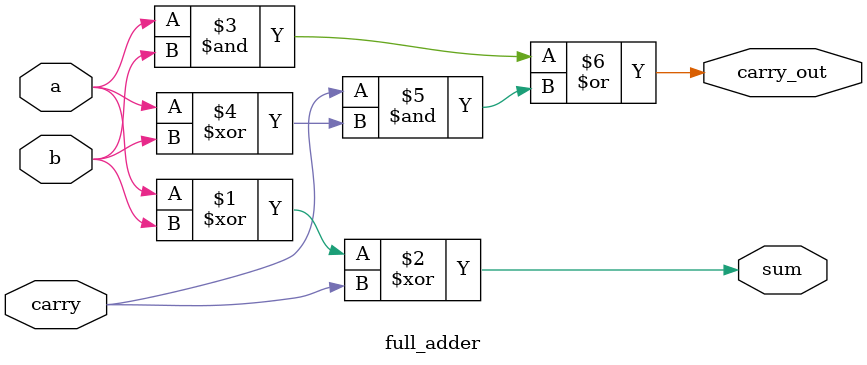
<source format=sv>
module top_module (
    input [3:0] x,
    input [3:0] y,
    output [4:0] sum
);

    	wire [3:0] a, b, c;
    	wire carry;

    	assign a = x ^ y;
    	assign b = x & y;
    	assign c[0] = 0;
    
    	generate
    		for (i=0; i<4; i=i+1) begin
    			full_adder u_full_adder(.a(a[i]), .b(b[i]), .carry(c[i]), .sum(sum[i]), .carry_out(c[i+1]));
    		end
    	endgenerate
endmodule
module full_adder (
    input a,
    input b,
    input carry,
    output sum,
    output carry_out
);
    
    assign sum = a ^ b ^ carry;
    assign carry_out = (a & b) | (carry & (a ^ b));
    
endmodule

</source>
